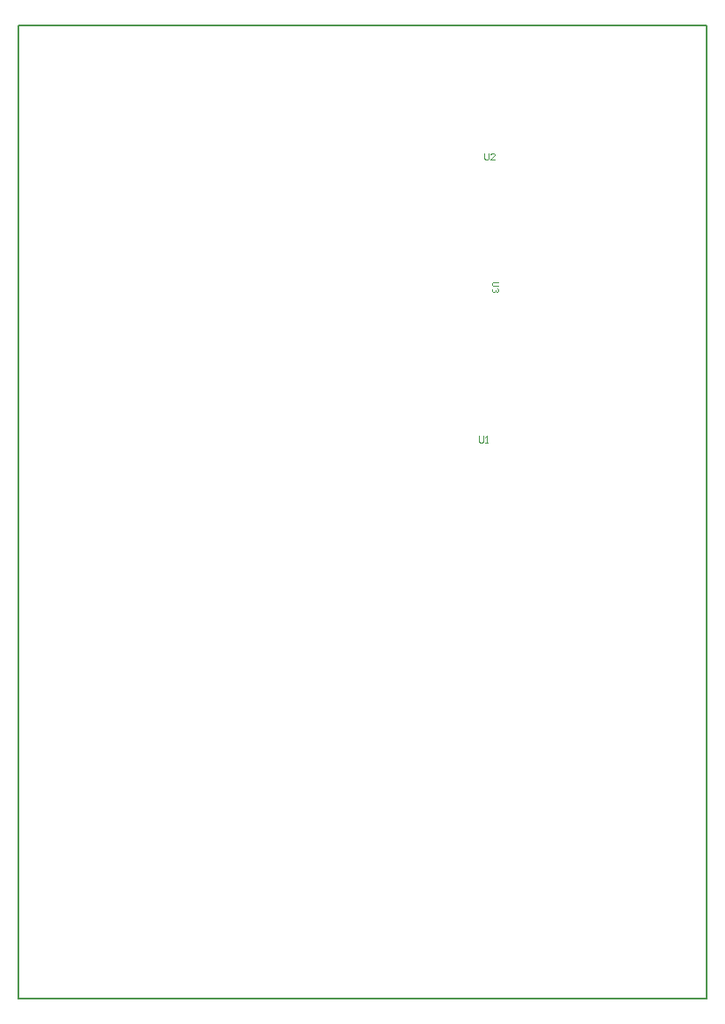
<source format=gm1>
G04*
G04 #@! TF.GenerationSoftware,Altium Limited,Altium Designer,20.0.13 (296)*
G04*
G04 Layer_Color=16711935*
%FSLAX42Y42*%
%MOMM*%
G71*
G01*
G75*
%ADD15C,0.20*%
%ADD79C,0.10*%
D15*
X2426Y0D02*
Y9398D01*
Y0D02*
X9081D01*
Y9398D01*
X2426D02*
X9081D01*
D79*
X7070Y6921D02*
X7020D01*
X7010Y6912D01*
Y6892D01*
X7020Y6882D01*
X7070D01*
X7060Y6862D02*
X7070Y6852D01*
Y6832D01*
X7060Y6822D01*
X7050D01*
X7040Y6832D01*
Y6842D01*
Y6832D01*
X7030Y6822D01*
X7020D01*
X7010Y6832D01*
Y6852D01*
X7020Y6862D01*
X6934Y8163D02*
Y8113D01*
X6944Y8103D01*
X6964D01*
X6974Y8113D01*
Y8163D01*
X7034Y8103D02*
X6994D01*
X7034Y8143D01*
Y8153D01*
X7024Y8163D01*
X7004D01*
X6994Y8153D01*
X6883Y5432D02*
Y5382D01*
X6893Y5372D01*
X6913D01*
X6923Y5382D01*
Y5432D01*
X6943Y5372D02*
X6963D01*
X6953D01*
Y5432D01*
X6943Y5422D01*
M02*

</source>
